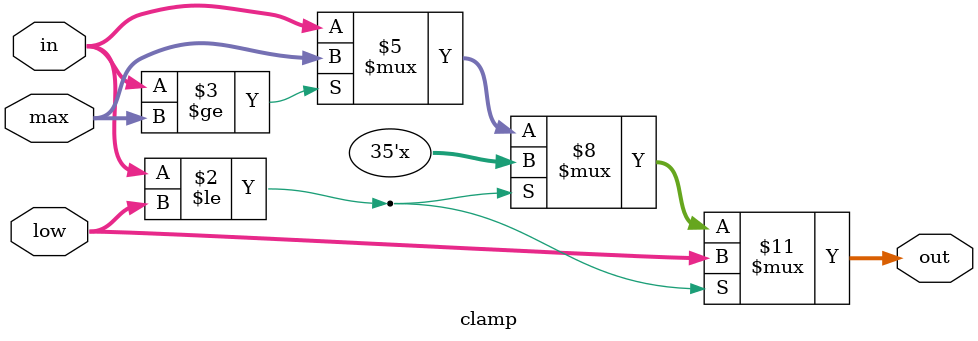
<source format=v>
module ApplyImpulse(
	input clk, input rst,
	input signed [31-1:0] cPos_x, input signed [31-1:0] cPos_y, //20 bit
	input signed [22-1:0] cNorm_x, input signed [22-1:0] cNorm_y, //20 bit
    input signed [31-1:0] b1Pos_x, input signed [31-1:0] b1Pos_y, //20 bit
    input signed [31-1:0] b2Pos_x, input signed [31-1:0] b2Pos_y, //20 bit
    input signed [22-1:0] b1Inv_mass, input signed [22-1:0] b2Inv_mass, //20 bit
    input signed [22-1:0] b1Inv_I, input signed [22-1:0] b2Inv_I, //20 bit
    input signed [30-1:0] b1Vel_x, input signed [30-1:0] b1Vel_y, //20 bit
    input signed [30-1:0] b2Vel_x, input signed [30-1:0] b2Vel_y, //20 bit
    input signed [22-1:0] b1AngVel, input signed [22-1:0] b2AngVel, //20 bit
    input signed [35-1:0] cPn /*20 bit*/, input signed [35-1:0] cPt, //20 bit
    input signed [29-1:0] cMassNorm, //20 bit
    input signed [29-1:0] cMassTang, //20 bit
    input signed [31-1:0] cBias, //20 bit
    output signed [35-1:0] cPn_aft /*20 bit*/, output signed [35-1:0] cPt_aft, //20 bit
    output signed [30-1:0] b1Vel_x_aft/*20 bit*/, output signed [30-1:0] b1Vel_y_aft, //20 bit
    output signed [30-1:0] b2Vel_x_aft/*20 bit*/, output signed [30-1:0] b2Vel_y_aft, //20 bit 
    output signed [22-1:0] b1AngVel_aft/*20 bit*/, output signed [22-1:0] b2AngVel_aft, //20 bit
    output reg done_out 
	);

	// friction = 0.25, shift 2
	parameter S0 = 4'd0;
	parameter S1 = 4'd1;
	parameter S2 = 4'd2;
	parameter S3 = 4'd3;
	parameter S4 = 4'd4;
	parameter S5 = 4'd5;
	parameter S6 = 4'd6;
	parameter S7 = 4'd7;
	parameter S8 = 4'd8;
	parameter S9 = 4'd9;
	parameter S10 = 4'd10;
	parameter S11 = 4'd11;
	parameter S12 = 4'd12;
	parameter S13 = 4'd13;
	parameter S14 = 4'd14;
	parameter S15 = 4'd15;

	reg [4-1:0] state, next_state;
	reg signed [30-1:0] b1Vel_x_sv, b1Vel_y_sv, b1Vel_x_sv_next, b1Vel_y_sv_next;
	reg signed [30-1:0] b2Vel_x_sv, b2Vel_y_sv, b2Vel_x_sv_next, b2Vel_y_sv_next;
	reg signed [22-1:0] b1AngVel_sv, b2AngVel_sv, b1AngVel_sv_next, b2AngVel_sv_next;
	wire signed [22-1:0] tangent_x, tangent_y; 
	wire signed [31-1:0] r1_x, r1_y, r2_x, r2_y;
	reg signed [35-1:0] a1, b1, c1, d1, a2, b2, c2, d2;
	wire signed [60-1:0] e1, e2, temp1, temp2, temp3, temp4;
	reg signed [60-1:0] unuse, unuse_next;
	reg signed [60-1:0] unuse2, unuse2_next;
	reg signed [30-1:0] dvx, next_dvx;
	reg signed [30-1:0] dvy, next_dvy;
	reg signed [35-1:0] vn, next_vn;
	reg signed [35-1:0] dpn, next_dpn; 
	reg signed [35-1:0] cPn_sv, cPn_sv_next;
	reg signed [35-1:0] cPt_sv, cPt_sv_next;
	reg signed [35-1:0] Pn_x, Pn_x_next;
	reg signed [35-1:0] Pn_y, Pn_y_next;
	reg signed [35-1:0] Pt_x, Pt_x_next;
	reg signed [35-1:0] Pt_y, Pt_y_next;
	reg signed [35-1:0] cross1, cross2, cross1_next, cross2_next;
	reg signed [35-1:0] vt, next_vt;
	reg signed [35-1:0] dpt, next_dpt;
	wire signed [35-1:0] low, max, clp_out;
    wire signed [35-1:0] zero;
    assign zero = 35'd0;

	mult_gen_35x35 m1(.A(a1), .B(b1), .P(temp1));
	mult_gen_35x35 m2(.A(c1), .B(d1), .P(temp2));
	mult_gen_35x35 m3(.A(a2), .B(b2), .P(temp3));
	mult_gen_35x35 m4(.A(c2), .B(d2), .P(temp4));
	clamp cp1(.in(cPt_sv + dpt), .low(low), .max(max), .out(clp_out));
	
    assign e1 = temp1 + temp2;
    assign e2 = temp3 + temp4;

    assign r1_x = cPos_x - b1Pos_x;
    assign r1_y = cPos_y - b1Pos_y;
    assign r2_x = cPos_x - b2Pos_x;
    assign r2_y = cPos_y - b2Pos_y;
    assign tangent_x = cNorm_y;
    assign tangent_y = -cNorm_x;
    assign low = -(cPn_sv >>> 2);
    assign max = (cPn_sv >>> 2);

    //output 
    assign cPn_aft = cPn_sv; //(done_out) ? cPn_sv:35'd0;
    assign cPt_aft =  cPt_sv; //(done_out) ? cPt_sv:35'd0;
    assign b1Vel_x_aft = b1Vel_x_sv; //(done_out) ? b1Vel_x_sv:30'd0;
    assign b1Vel_y_aft = b1Vel_y_sv; //(done_out) ? b1Vel_y_sv:30'd0;
    assign b2Vel_x_aft = b2Vel_x_sv; //(done_out) ? b2Vel_x_sv:30'd0;
    assign b2Vel_y_aft = b2Vel_y_sv; //(done_out) ? b2Vel_y_sv:30'd0;
    assign b1AngVel_aft = b1AngVel_sv; //(done_out) ? b1AngVel_sv:22'd0;
    assign b2AngVel_aft = b2AngVel_sv; //(done_out) ? b2AngVel_sv:22'd0;


    always @(posedge clk or posedge rst) begin
    	if (rst) begin
    		state <= S0;
    		done_out <= 1'b0;
    		b1Vel_x_sv <= b1Vel_x;
    		b1Vel_y_sv <= b1Vel_y;
    		b2Vel_x_sv <= b2Vel_x;
    		b2Vel_y_sv <= b2Vel_y;
    		b1AngVel_sv <= b1AngVel;
    		b2AngVel_sv <= b2AngVel;
    		unuse <= 60'd0;
    		unuse2 <= 60'd0;
    		dvx <= 30'd0;
    		dvy <= 30'd0;
    		vn <= 35'd0;
    		dpn <= 35'd0;
    		cPn_sv <= cPn;
    		cPt_sv <= cPt;
    		Pn_x <= 35'd0;
    		Pn_y <= 35'd0;
    		Pt_x <= 35'd0;
    		Pt_y <= 35'd0;
    		cross1 <= 35'd0;
    		cross2 <= 35'd0;
    		vt <= 35'd0;
    		dpt <= 35'd0;

    	end
    	else begin
    		state <= next_state;
    		done_out <= 1'b0;
    		if (state == S15) begin
    			done_out <= 1'b1;
    		end
    		b1Vel_x_sv <= b1Vel_x_sv_next;
    		b1Vel_y_sv <= b1Vel_y_sv_next;
    		b2Vel_x_sv <= b2Vel_x_sv_next;
    		b2Vel_y_sv <= b2Vel_y_sv_next;
    		b1AngVel_sv <= b1AngVel_sv_next;
    		b2AngVel_sv <= b2AngVel_sv_next;
    		unuse <= unuse_next;
    		unuse2 <= unuse2_next;
    		dvx <= next_dvx;
    		dvy <= next_dvy;
    		vn <= next_vn;
    		vt <= next_vt;
    		dpn <= next_dpn;
    		dpt <= next_dpt;
    		cPn_sv <= cPn_sv_next;
    		cPt_sv <= cPt_sv_next;
    		Pn_x <= Pn_x_next;
    		Pn_y <= Pn_y_next;
    		Pt_x <= Pt_x_next;
    		Pt_y <= Pt_y_next;
    		cross1 <= cross1_next;
    		cross2 <= cross2_next;
    	end
    end

    always @(*) begin
    	a1 = 35'd0;
	  	b1 = 35'd0;
	  	c1 = 35'd0;
	  	d1 = 35'd0;
	  	a2 = 35'd0;
	  	b2 = 35'd0;
	  	c2 = 35'd0;
	  	d2 = 35'd0;
	  	unuse_next = e1;
	  	unuse2_next = e2;
	  	next_dvx = dvx;
	  	next_dvy = dvy;
	  	next_vn = vn;
	  	next_vt = vt;
	  	next_dpn = dpn;
	  	next_dpt = dpt;
	  	cPn_sv_next = cPn_sv;
	  	cPt_sv_next = cPt_sv;
	  	Pn_x_next = Pn_x;
	  	Pn_y_next = Pn_y;
	  	Pt_x_next = Pt_x;
	  	Pt_y_next = Pt_y;
	  	cross1_next = cross1;
	  	cross2_next = cross2;
	  	b1Vel_x_sv_next = b1Vel_x_sv;
	  	b1Vel_y_sv_next = b1Vel_y_sv;
	  	b2Vel_x_sv_next = b2Vel_x_sv;
	  	b2Vel_y_sv_next = b2Vel_y_sv;
	  	b1AngVel_sv_next = b1AngVel_sv;
	  	b2AngVel_sv_next = b2AngVel_sv;
        
    	case(state) 
    		S0: begin
    				next_state = S1;
    				a1 = -{{13{b1AngVel_sv[21]}}, b1AngVel_sv};//tp1
    				b1 = {{4{r1_y[30]}}, r1_y};
    				c1 = {{13{b1AngVel_sv[21]}}, b1AngVel_sv};//tp2
    				d1 = {{4{r1_x[30]}}, r1_x};

    				a2 = -{{13{b2AngVel_sv[21]}}, b2AngVel_sv};//tp3
    				b2 = {{4{r2_y[30]}}, r2_y};
    				c2 = {{13{b2AngVel_sv[21]}}, b2AngVel_sv};//tp4
    				d2 = {{4{r2_x[30]}}, r2_x};

    				next_dvx = b2Vel_x_sv + temp3[49:20] - b1Vel_x_sv - temp1[49:20];
    				next_dvy = b2Vel_y_sv + temp4[49:20] - b1Vel_y_sv - temp2[49:20];
    			end
    		S1: begin
    				next_state = S2;
                    a1 = {{5{dvx[29]}}, dvx};
    				b1 = {{13{cNorm_x[21]}}, cNorm_x};
    				c1 = {{5{dvy[29]}}, dvy};
    				d1 = {{13{cNorm_y[21]}}, cNorm_y};

    				next_vn = e1[54:20];
    			end
    		S2: begin
    				next_state = S3;
    				a1 = {{6{cMassNorm[28]}}, cMassNorm};
    				b1 = -vn;
    				c1 = {{6{cMassNorm[28]}}, cMassNorm};
    				d1 = { {4{cBias[30]}}, cBias};

    				next_dpn = e1[54:20];
    			end
    		S3: begin
    				next_state = S4;
//    				cPn_sv_next = (cPn_sv + dpn > zero) ? cPn_sv + dpn : 35'd0;
    				next_dpn = (dpn > zero) ? dpn: 35'd0;
    			end
    		S4: begin
    				next_state = S5;
    				a1 = {{13{cNorm_x[21]}}, cNorm_x};
    				b1 = dpn;
    				c1 = {{13{cNorm_y[21]}}, cNorm_y};
    				d1 = dpn;

    				Pn_x_next = temp1[54:20];
    				Pn_y_next = temp2[54:20];
    			end
    		S5: begin
    				next_state = S6;
    				a1 = {{4{r1_x[30]}}, r1_x};
    				b1 = Pn_y;
    				c1 = -{{4{r1_y[30]}}, r1_y};
    				d1 = Pn_x;

    				a2 = {{4{r2_x[30]}}, r2_x};
    				b2 = Pn_y;
    				c2 = -{{4{r2_y[30]}}, r2_y};
    				d2 = Pn_x;

    				cross1_next = e1[54:20];
    				cross2_next = e2[54:20];
    			end
    		S6: begin
    				next_state = S7;
    				a1 = Pn_x;
    				b1 = {{13{b1Inv_mass[21]}}, b1Inv_mass};
    				c1 = Pn_y;
    				d1 = {{13{b1Inv_mass[21]}}, b1Inv_mass};

    				a2 = Pn_x;
    				b2 = {{13{b2Inv_mass[21]}}, b2Inv_mass};
    				c2 = Pn_y;
    				d2 = {{13{b2Inv_mass[21]}}, b2Inv_mass};
    				
    				b1Vel_x_sv_next = b1Vel_x_sv - temp1[49:20];
    				b1Vel_y_sv_next = b1Vel_y_sv - temp2[49:20];
    				b2Vel_x_sv_next = b2Vel_x_sv + temp3[49:20];
    				b2Vel_y_sv_next = b2Vel_y_sv + temp4[49:20];
    			end
    		S7: begin
    				next_state = S8;
    				a1 = cross1;
    				b1 = {{13{b1Inv_I[21]}}, b1Inv_I};
    				c1 = cross2;
    				d1 = {{13{b2Inv_I[21]}}, b2Inv_I};
    				
    				b1AngVel_sv_next = b1AngVel_sv - temp1[41:20];
    				b2AngVel_sv_next = b2AngVel_sv + temp2[41:20];
    			end
    		S8: begin
    				next_state = S9;
    				a1 = -{{13{b1AngVel_sv[21]}}, b1AngVel_sv};//tp1
                    b1 = {{4{r1_y[30]}}, r1_y};
                    c1 = {{13{b1AngVel_sv[21]}}, b1AngVel_sv};//tp2
                    d1 = {{4{r1_x[30]}}, r1_x};

                    a2 = -{{13{b2AngVel_sv[21]}}, b2AngVel_sv};//tp3
                    b2 = {{4{r2_y[30]}}, r2_y};
                    c2 = {{13{b2AngVel_sv[21]}}, b2AngVel_sv};//tp4
                    d2 = {{4{r2_x[30]}}, r2_x};

                    next_dvx = b2Vel_x_sv + temp3[49:20] - b1Vel_x_sv - temp1[49:20];
                    next_dvy = b2Vel_y_sv + temp4[49:20] - b1Vel_y_sv - temp2[49:20];

    			end
    		S9: begin
    				next_state = S10;
    				a1 = {{5{dvx[29]}}, dvx};
    				b1 = {{13{tangent_x[21]}}, tangent_x};
    				c1 = {{5{dvy[29]}}, dvy};
    				d1 = {{13{tangent_y[21]}}, tangent_y};

    				next_vt = e1[54:20];
    			end
    		S10: begin
    				next_state = S11;
    				a1 = {{6{cMassTang[28]}}, cMassTang};
    				b1 = -vt;

    				next_dpt = temp1[54:20];
    			end
    		S11: begin
    				next_state = S12;
//    				cPt_sv_next = clp_out;
    				next_dpt = clp_out;

    			end
    		S12: begin
    				next_state = S13;
    				a1 = {{13{tangent_x[21]}}, tangent_x};
    				b1 = dpt;
    				c1 = {{13{tangent_y[21]}}, tangent_y};
    				d1 = dpt;

    				Pt_x_next = temp1[54:20];
    				Pt_y_next = temp2[54:20];
    			end
    		S13: begin
    				next_state = S14;
    				a1 = {{4{r1_x[30]}}, r1_x};
    				b1 = Pt_y;
    				c1 = -{{4{r1_y[30]}}, r1_y};
    				d1 = Pt_x;

    				a2 = {{4{r2_x[30]}}, r2_x};
    				b2 = Pt_y;
    				c2 = -{{4{r2_y[30]}}, r2_y};
    				d2 = Pt_x;

    				cross1_next = e1[54:20];
    				cross2_next = e2[54:20];

    			end
    		S14: begin
    				next_state = S15;
    				a1 = Pt_x;
    				b1 = {{13{b1Inv_mass[21]}}, b1Inv_mass};
    				c1 = Pt_y;
    				d1 = {{13{b1Inv_mass[21]}}, b1Inv_mass};

    				a2 = Pt_x;
    				b2 = {{13{b2Inv_mass[21]}}, b2Inv_mass};
    				c2 = Pt_y;
    				d2 = {{13{b2Inv_mass[21]}}, b2Inv_mass};
    				
    				b1Vel_x_sv_next = b1Vel_x_sv - temp1[49:20];
    				b1Vel_y_sv_next = b1Vel_y_sv - temp2[49:20];
    				b2Vel_x_sv_next = b2Vel_x_sv + temp3[49:20];
    				b2Vel_y_sv_next = b2Vel_y_sv + temp4[49:20];
    			end
    		S15: begin
    				next_state = S15;
    				a1 = cross1;
    				b1 = {{13{b1Inv_I[21]}}, b1Inv_I};
    				c1 = cross2;
    				d1 = {{13{b2Inv_I[21]}}, b2Inv_I};
    				
    				if (!done_out) begin
    				  b1AngVel_sv_next = b1AngVel_sv - temp1[41:20];
    				  b2AngVel_sv_next = b2AngVel_sv + temp2[41:20];
    				end
    			end
    		
    	endcase
    end



endmodule

module clamp(in, low, max, out);
	input signed [35-1:0] in, low, max;
	output reg signed [35-1:0] out;

	always @(*) begin
		if (in <= low) begin
			out = low;
		end else if (in >= max) begin
			out = max;
		end else begin
			out = in;
		end
	end

endmodule



</source>
